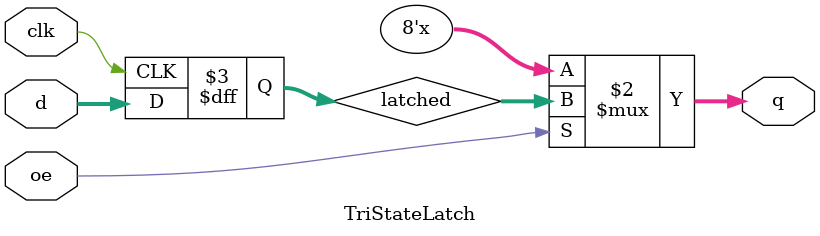
<source format=sv>
module TriStateLatch #(parameter BITS=8) (
    input clk, oe,
    input [BITS-1:0] d,
    output [BITS-1:0] q
);
reg [BITS-1:0] latched;
always @(posedge clk) latched <= d;
assign q = oe ? latched : {BITS{1'bz}};
endmodule
</source>
